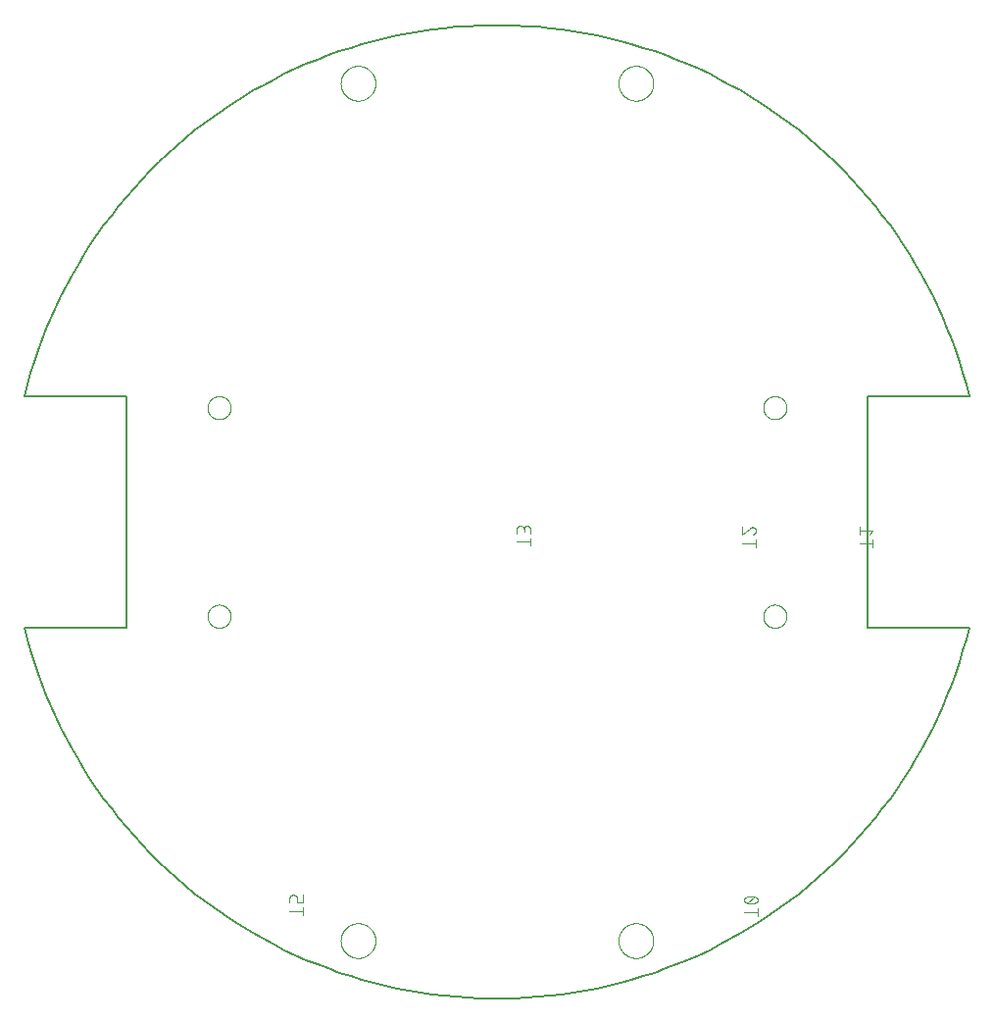
<source format=gbo>
G75*
%MOIN*%
%OFA0B0*%
%FSLAX25Y25*%
%IPPOS*%
%LPD*%
%AMOC8*
5,1,8,0,0,1.08239X$1,22.5*
%
%ADD10C,0.00600*%
%ADD11C,0.00000*%
%ADD12C,0.00400*%
D10*
X0027900Y0149160D02*
X0062546Y0149160D01*
X0062546Y0227900D01*
X0027900Y0227900D01*
X0027900Y0227901D02*
X0028908Y0231811D01*
X0030010Y0235696D01*
X0031208Y0239552D01*
X0032499Y0243378D01*
X0033883Y0247171D01*
X0035359Y0250930D01*
X0036927Y0254651D01*
X0038585Y0258333D01*
X0040332Y0261973D01*
X0042168Y0265570D01*
X0044091Y0269120D01*
X0046100Y0272623D01*
X0048195Y0276076D01*
X0050372Y0279476D01*
X0052632Y0282822D01*
X0054974Y0286112D01*
X0057394Y0289344D01*
X0059893Y0292516D01*
X0062469Y0295626D01*
X0065120Y0298672D01*
X0067844Y0301652D01*
X0070641Y0304565D01*
X0073508Y0307409D01*
X0076443Y0310182D01*
X0079445Y0312882D01*
X0082512Y0315509D01*
X0085642Y0318059D01*
X0088834Y0320533D01*
X0092085Y0322928D01*
X0095394Y0325243D01*
X0098758Y0327476D01*
X0102176Y0329626D01*
X0105645Y0331693D01*
X0109164Y0333674D01*
X0112729Y0335568D01*
X0116341Y0337375D01*
X0119995Y0339094D01*
X0123690Y0340722D01*
X0127423Y0342260D01*
X0131194Y0343706D01*
X0134998Y0345060D01*
X0138834Y0346320D01*
X0142700Y0347487D01*
X0146593Y0348558D01*
X0150511Y0349534D01*
X0154452Y0350415D01*
X0158413Y0351198D01*
X0162393Y0351885D01*
X0166387Y0352475D01*
X0170395Y0352967D01*
X0174414Y0353360D01*
X0178441Y0353656D01*
X0182474Y0353853D01*
X0186511Y0353952D01*
X0190549Y0353952D01*
X0194586Y0353853D01*
X0198619Y0353656D01*
X0202646Y0353360D01*
X0206665Y0352967D01*
X0210673Y0352475D01*
X0214667Y0351885D01*
X0218647Y0351198D01*
X0222608Y0350415D01*
X0226549Y0349534D01*
X0230467Y0348558D01*
X0234360Y0347487D01*
X0238226Y0346320D01*
X0242062Y0345060D01*
X0245866Y0343706D01*
X0249637Y0342260D01*
X0253370Y0340722D01*
X0257065Y0339094D01*
X0260719Y0337375D01*
X0264331Y0335568D01*
X0267896Y0333674D01*
X0271415Y0331693D01*
X0274884Y0329626D01*
X0278302Y0327476D01*
X0281666Y0325243D01*
X0284975Y0322928D01*
X0288226Y0320533D01*
X0291418Y0318059D01*
X0294548Y0315509D01*
X0297615Y0312882D01*
X0300617Y0310182D01*
X0303552Y0307409D01*
X0306419Y0304565D01*
X0309216Y0301652D01*
X0311940Y0298672D01*
X0314591Y0295626D01*
X0317167Y0292516D01*
X0319666Y0289344D01*
X0322086Y0286112D01*
X0324428Y0282822D01*
X0326688Y0279476D01*
X0328865Y0276076D01*
X0330960Y0272623D01*
X0332969Y0269120D01*
X0334892Y0265570D01*
X0336728Y0261973D01*
X0338475Y0258333D01*
X0340133Y0254651D01*
X0341701Y0250930D01*
X0343177Y0247171D01*
X0344561Y0243378D01*
X0345852Y0239552D01*
X0347050Y0235696D01*
X0348152Y0231811D01*
X0349160Y0227901D01*
X0349160Y0227900D02*
X0314515Y0227900D01*
X0314515Y0149160D01*
X0349160Y0149160D01*
X0348152Y0145250D01*
X0347050Y0141365D01*
X0345852Y0137509D01*
X0344561Y0133683D01*
X0343177Y0129890D01*
X0341701Y0126131D01*
X0340133Y0122410D01*
X0338475Y0118728D01*
X0336728Y0115088D01*
X0334892Y0111491D01*
X0332969Y0107941D01*
X0330960Y0104438D01*
X0328865Y0100985D01*
X0326688Y0097585D01*
X0324428Y0094239D01*
X0322086Y0090949D01*
X0319666Y0087717D01*
X0317167Y0084545D01*
X0314591Y0081435D01*
X0311940Y0078389D01*
X0309216Y0075409D01*
X0306419Y0072496D01*
X0303552Y0069652D01*
X0300617Y0066879D01*
X0297615Y0064179D01*
X0294548Y0061552D01*
X0291418Y0059002D01*
X0288226Y0056528D01*
X0284975Y0054133D01*
X0281666Y0051818D01*
X0278302Y0049585D01*
X0274884Y0047435D01*
X0271415Y0045368D01*
X0267896Y0043387D01*
X0264331Y0041493D01*
X0260719Y0039686D01*
X0257065Y0037967D01*
X0253370Y0036339D01*
X0249637Y0034801D01*
X0245866Y0033355D01*
X0242062Y0032001D01*
X0238226Y0030741D01*
X0234360Y0029574D01*
X0230467Y0028503D01*
X0226549Y0027527D01*
X0222608Y0026646D01*
X0218647Y0025863D01*
X0214667Y0025176D01*
X0210673Y0024586D01*
X0206665Y0024094D01*
X0202646Y0023701D01*
X0198619Y0023405D01*
X0194586Y0023208D01*
X0190549Y0023109D01*
X0186511Y0023109D01*
X0182474Y0023208D01*
X0178441Y0023405D01*
X0174414Y0023701D01*
X0170395Y0024094D01*
X0166387Y0024586D01*
X0162393Y0025176D01*
X0158413Y0025863D01*
X0154452Y0026646D01*
X0150511Y0027527D01*
X0146593Y0028503D01*
X0142700Y0029574D01*
X0138834Y0030741D01*
X0134998Y0032001D01*
X0131194Y0033355D01*
X0127423Y0034801D01*
X0123690Y0036339D01*
X0119995Y0037967D01*
X0116341Y0039686D01*
X0112729Y0041493D01*
X0109164Y0043387D01*
X0105645Y0045368D01*
X0102176Y0047435D01*
X0098758Y0049585D01*
X0095394Y0051818D01*
X0092085Y0054133D01*
X0088834Y0056528D01*
X0085642Y0059002D01*
X0082512Y0061552D01*
X0079445Y0064179D01*
X0076443Y0066879D01*
X0073508Y0069652D01*
X0070641Y0072496D01*
X0067844Y0075409D01*
X0065120Y0078389D01*
X0062469Y0081435D01*
X0059893Y0084545D01*
X0057394Y0087717D01*
X0054974Y0090949D01*
X0052632Y0094239D01*
X0050372Y0097585D01*
X0048195Y0100985D01*
X0046100Y0104438D01*
X0044091Y0107941D01*
X0042168Y0111491D01*
X0040332Y0115088D01*
X0038585Y0118728D01*
X0036927Y0122410D01*
X0035359Y0126131D01*
X0033883Y0129890D01*
X0032499Y0133683D01*
X0031208Y0137509D01*
X0030010Y0141365D01*
X0028908Y0145250D01*
X0027900Y0149160D01*
D11*
X0090105Y0153097D02*
X0090107Y0153222D01*
X0090113Y0153347D01*
X0090123Y0153471D01*
X0090137Y0153595D01*
X0090154Y0153719D01*
X0090176Y0153842D01*
X0090202Y0153964D01*
X0090231Y0154086D01*
X0090264Y0154206D01*
X0090302Y0154325D01*
X0090342Y0154444D01*
X0090387Y0154560D01*
X0090435Y0154675D01*
X0090487Y0154789D01*
X0090543Y0154901D01*
X0090602Y0155011D01*
X0090664Y0155119D01*
X0090730Y0155226D01*
X0090799Y0155330D01*
X0090872Y0155431D01*
X0090947Y0155531D01*
X0091026Y0155628D01*
X0091108Y0155722D01*
X0091193Y0155814D01*
X0091280Y0155903D01*
X0091371Y0155989D01*
X0091464Y0156072D01*
X0091560Y0156153D01*
X0091658Y0156230D01*
X0091758Y0156304D01*
X0091861Y0156375D01*
X0091966Y0156442D01*
X0092074Y0156507D01*
X0092183Y0156567D01*
X0092294Y0156625D01*
X0092407Y0156678D01*
X0092521Y0156728D01*
X0092637Y0156775D01*
X0092754Y0156817D01*
X0092873Y0156856D01*
X0092993Y0156892D01*
X0093114Y0156923D01*
X0093236Y0156951D01*
X0093358Y0156974D01*
X0093482Y0156994D01*
X0093606Y0157010D01*
X0093730Y0157022D01*
X0093855Y0157030D01*
X0093980Y0157034D01*
X0094104Y0157034D01*
X0094229Y0157030D01*
X0094354Y0157022D01*
X0094478Y0157010D01*
X0094602Y0156994D01*
X0094726Y0156974D01*
X0094848Y0156951D01*
X0094970Y0156923D01*
X0095091Y0156892D01*
X0095211Y0156856D01*
X0095330Y0156817D01*
X0095447Y0156775D01*
X0095563Y0156728D01*
X0095677Y0156678D01*
X0095790Y0156625D01*
X0095901Y0156567D01*
X0096011Y0156507D01*
X0096118Y0156442D01*
X0096223Y0156375D01*
X0096326Y0156304D01*
X0096426Y0156230D01*
X0096524Y0156153D01*
X0096620Y0156072D01*
X0096713Y0155989D01*
X0096804Y0155903D01*
X0096891Y0155814D01*
X0096976Y0155722D01*
X0097058Y0155628D01*
X0097137Y0155531D01*
X0097212Y0155431D01*
X0097285Y0155330D01*
X0097354Y0155226D01*
X0097420Y0155119D01*
X0097482Y0155011D01*
X0097541Y0154901D01*
X0097597Y0154789D01*
X0097649Y0154675D01*
X0097697Y0154560D01*
X0097742Y0154444D01*
X0097782Y0154325D01*
X0097820Y0154206D01*
X0097853Y0154086D01*
X0097882Y0153964D01*
X0097908Y0153842D01*
X0097930Y0153719D01*
X0097947Y0153595D01*
X0097961Y0153471D01*
X0097971Y0153347D01*
X0097977Y0153222D01*
X0097979Y0153097D01*
X0097977Y0152972D01*
X0097971Y0152847D01*
X0097961Y0152723D01*
X0097947Y0152599D01*
X0097930Y0152475D01*
X0097908Y0152352D01*
X0097882Y0152230D01*
X0097853Y0152108D01*
X0097820Y0151988D01*
X0097782Y0151869D01*
X0097742Y0151750D01*
X0097697Y0151634D01*
X0097649Y0151519D01*
X0097597Y0151405D01*
X0097541Y0151293D01*
X0097482Y0151183D01*
X0097420Y0151075D01*
X0097354Y0150968D01*
X0097285Y0150864D01*
X0097212Y0150763D01*
X0097137Y0150663D01*
X0097058Y0150566D01*
X0096976Y0150472D01*
X0096891Y0150380D01*
X0096804Y0150291D01*
X0096713Y0150205D01*
X0096620Y0150122D01*
X0096524Y0150041D01*
X0096426Y0149964D01*
X0096326Y0149890D01*
X0096223Y0149819D01*
X0096118Y0149752D01*
X0096010Y0149687D01*
X0095901Y0149627D01*
X0095790Y0149569D01*
X0095677Y0149516D01*
X0095563Y0149466D01*
X0095447Y0149419D01*
X0095330Y0149377D01*
X0095211Y0149338D01*
X0095091Y0149302D01*
X0094970Y0149271D01*
X0094848Y0149243D01*
X0094726Y0149220D01*
X0094602Y0149200D01*
X0094478Y0149184D01*
X0094354Y0149172D01*
X0094229Y0149164D01*
X0094104Y0149160D01*
X0093980Y0149160D01*
X0093855Y0149164D01*
X0093730Y0149172D01*
X0093606Y0149184D01*
X0093482Y0149200D01*
X0093358Y0149220D01*
X0093236Y0149243D01*
X0093114Y0149271D01*
X0092993Y0149302D01*
X0092873Y0149338D01*
X0092754Y0149377D01*
X0092637Y0149419D01*
X0092521Y0149466D01*
X0092407Y0149516D01*
X0092294Y0149569D01*
X0092183Y0149627D01*
X0092073Y0149687D01*
X0091966Y0149752D01*
X0091861Y0149819D01*
X0091758Y0149890D01*
X0091658Y0149964D01*
X0091560Y0150041D01*
X0091464Y0150122D01*
X0091371Y0150205D01*
X0091280Y0150291D01*
X0091193Y0150380D01*
X0091108Y0150472D01*
X0091026Y0150566D01*
X0090947Y0150663D01*
X0090872Y0150763D01*
X0090799Y0150864D01*
X0090730Y0150968D01*
X0090664Y0151075D01*
X0090602Y0151183D01*
X0090543Y0151293D01*
X0090487Y0151405D01*
X0090435Y0151519D01*
X0090387Y0151634D01*
X0090342Y0151750D01*
X0090302Y0151869D01*
X0090264Y0151988D01*
X0090231Y0152108D01*
X0090202Y0152230D01*
X0090176Y0152352D01*
X0090154Y0152475D01*
X0090137Y0152599D01*
X0090123Y0152723D01*
X0090113Y0152847D01*
X0090107Y0152972D01*
X0090105Y0153097D01*
X0090105Y0223963D02*
X0090107Y0224088D01*
X0090113Y0224213D01*
X0090123Y0224337D01*
X0090137Y0224461D01*
X0090154Y0224585D01*
X0090176Y0224708D01*
X0090202Y0224830D01*
X0090231Y0224952D01*
X0090264Y0225072D01*
X0090302Y0225191D01*
X0090342Y0225310D01*
X0090387Y0225426D01*
X0090435Y0225541D01*
X0090487Y0225655D01*
X0090543Y0225767D01*
X0090602Y0225877D01*
X0090664Y0225985D01*
X0090730Y0226092D01*
X0090799Y0226196D01*
X0090872Y0226297D01*
X0090947Y0226397D01*
X0091026Y0226494D01*
X0091108Y0226588D01*
X0091193Y0226680D01*
X0091280Y0226769D01*
X0091371Y0226855D01*
X0091464Y0226938D01*
X0091560Y0227019D01*
X0091658Y0227096D01*
X0091758Y0227170D01*
X0091861Y0227241D01*
X0091966Y0227308D01*
X0092074Y0227373D01*
X0092183Y0227433D01*
X0092294Y0227491D01*
X0092407Y0227544D01*
X0092521Y0227594D01*
X0092637Y0227641D01*
X0092754Y0227683D01*
X0092873Y0227722D01*
X0092993Y0227758D01*
X0093114Y0227789D01*
X0093236Y0227817D01*
X0093358Y0227840D01*
X0093482Y0227860D01*
X0093606Y0227876D01*
X0093730Y0227888D01*
X0093855Y0227896D01*
X0093980Y0227900D01*
X0094104Y0227900D01*
X0094229Y0227896D01*
X0094354Y0227888D01*
X0094478Y0227876D01*
X0094602Y0227860D01*
X0094726Y0227840D01*
X0094848Y0227817D01*
X0094970Y0227789D01*
X0095091Y0227758D01*
X0095211Y0227722D01*
X0095330Y0227683D01*
X0095447Y0227641D01*
X0095563Y0227594D01*
X0095677Y0227544D01*
X0095790Y0227491D01*
X0095901Y0227433D01*
X0096011Y0227373D01*
X0096118Y0227308D01*
X0096223Y0227241D01*
X0096326Y0227170D01*
X0096426Y0227096D01*
X0096524Y0227019D01*
X0096620Y0226938D01*
X0096713Y0226855D01*
X0096804Y0226769D01*
X0096891Y0226680D01*
X0096976Y0226588D01*
X0097058Y0226494D01*
X0097137Y0226397D01*
X0097212Y0226297D01*
X0097285Y0226196D01*
X0097354Y0226092D01*
X0097420Y0225985D01*
X0097482Y0225877D01*
X0097541Y0225767D01*
X0097597Y0225655D01*
X0097649Y0225541D01*
X0097697Y0225426D01*
X0097742Y0225310D01*
X0097782Y0225191D01*
X0097820Y0225072D01*
X0097853Y0224952D01*
X0097882Y0224830D01*
X0097908Y0224708D01*
X0097930Y0224585D01*
X0097947Y0224461D01*
X0097961Y0224337D01*
X0097971Y0224213D01*
X0097977Y0224088D01*
X0097979Y0223963D01*
X0097977Y0223838D01*
X0097971Y0223713D01*
X0097961Y0223589D01*
X0097947Y0223465D01*
X0097930Y0223341D01*
X0097908Y0223218D01*
X0097882Y0223096D01*
X0097853Y0222974D01*
X0097820Y0222854D01*
X0097782Y0222735D01*
X0097742Y0222616D01*
X0097697Y0222500D01*
X0097649Y0222385D01*
X0097597Y0222271D01*
X0097541Y0222159D01*
X0097482Y0222049D01*
X0097420Y0221941D01*
X0097354Y0221834D01*
X0097285Y0221730D01*
X0097212Y0221629D01*
X0097137Y0221529D01*
X0097058Y0221432D01*
X0096976Y0221338D01*
X0096891Y0221246D01*
X0096804Y0221157D01*
X0096713Y0221071D01*
X0096620Y0220988D01*
X0096524Y0220907D01*
X0096426Y0220830D01*
X0096326Y0220756D01*
X0096223Y0220685D01*
X0096118Y0220618D01*
X0096010Y0220553D01*
X0095901Y0220493D01*
X0095790Y0220435D01*
X0095677Y0220382D01*
X0095563Y0220332D01*
X0095447Y0220285D01*
X0095330Y0220243D01*
X0095211Y0220204D01*
X0095091Y0220168D01*
X0094970Y0220137D01*
X0094848Y0220109D01*
X0094726Y0220086D01*
X0094602Y0220066D01*
X0094478Y0220050D01*
X0094354Y0220038D01*
X0094229Y0220030D01*
X0094104Y0220026D01*
X0093980Y0220026D01*
X0093855Y0220030D01*
X0093730Y0220038D01*
X0093606Y0220050D01*
X0093482Y0220066D01*
X0093358Y0220086D01*
X0093236Y0220109D01*
X0093114Y0220137D01*
X0092993Y0220168D01*
X0092873Y0220204D01*
X0092754Y0220243D01*
X0092637Y0220285D01*
X0092521Y0220332D01*
X0092407Y0220382D01*
X0092294Y0220435D01*
X0092183Y0220493D01*
X0092073Y0220553D01*
X0091966Y0220618D01*
X0091861Y0220685D01*
X0091758Y0220756D01*
X0091658Y0220830D01*
X0091560Y0220907D01*
X0091464Y0220988D01*
X0091371Y0221071D01*
X0091280Y0221157D01*
X0091193Y0221246D01*
X0091108Y0221338D01*
X0091026Y0221432D01*
X0090947Y0221529D01*
X0090872Y0221629D01*
X0090799Y0221730D01*
X0090730Y0221834D01*
X0090664Y0221941D01*
X0090602Y0222049D01*
X0090543Y0222159D01*
X0090487Y0222271D01*
X0090435Y0222385D01*
X0090387Y0222500D01*
X0090342Y0222616D01*
X0090302Y0222735D01*
X0090264Y0222854D01*
X0090231Y0222974D01*
X0090202Y0223096D01*
X0090176Y0223218D01*
X0090154Y0223341D01*
X0090137Y0223465D01*
X0090123Y0223589D01*
X0090113Y0223713D01*
X0090107Y0223838D01*
X0090105Y0223963D01*
X0135380Y0334200D02*
X0135382Y0334353D01*
X0135388Y0334507D01*
X0135398Y0334660D01*
X0135412Y0334812D01*
X0135430Y0334965D01*
X0135452Y0335116D01*
X0135477Y0335267D01*
X0135507Y0335418D01*
X0135541Y0335568D01*
X0135578Y0335716D01*
X0135619Y0335864D01*
X0135664Y0336010D01*
X0135713Y0336156D01*
X0135766Y0336300D01*
X0135822Y0336442D01*
X0135882Y0336583D01*
X0135946Y0336723D01*
X0136013Y0336861D01*
X0136084Y0336997D01*
X0136159Y0337131D01*
X0136236Y0337263D01*
X0136318Y0337393D01*
X0136402Y0337521D01*
X0136490Y0337647D01*
X0136581Y0337770D01*
X0136675Y0337891D01*
X0136773Y0338009D01*
X0136873Y0338125D01*
X0136977Y0338238D01*
X0137083Y0338349D01*
X0137192Y0338457D01*
X0137304Y0338562D01*
X0137418Y0338663D01*
X0137536Y0338762D01*
X0137655Y0338858D01*
X0137777Y0338951D01*
X0137902Y0339040D01*
X0138029Y0339127D01*
X0138158Y0339209D01*
X0138289Y0339289D01*
X0138422Y0339365D01*
X0138557Y0339438D01*
X0138694Y0339507D01*
X0138833Y0339572D01*
X0138973Y0339634D01*
X0139115Y0339692D01*
X0139258Y0339747D01*
X0139403Y0339798D01*
X0139549Y0339845D01*
X0139696Y0339888D01*
X0139844Y0339927D01*
X0139993Y0339963D01*
X0140143Y0339994D01*
X0140294Y0340022D01*
X0140445Y0340046D01*
X0140598Y0340066D01*
X0140750Y0340082D01*
X0140903Y0340094D01*
X0141056Y0340102D01*
X0141209Y0340106D01*
X0141363Y0340106D01*
X0141516Y0340102D01*
X0141669Y0340094D01*
X0141822Y0340082D01*
X0141974Y0340066D01*
X0142127Y0340046D01*
X0142278Y0340022D01*
X0142429Y0339994D01*
X0142579Y0339963D01*
X0142728Y0339927D01*
X0142876Y0339888D01*
X0143023Y0339845D01*
X0143169Y0339798D01*
X0143314Y0339747D01*
X0143457Y0339692D01*
X0143599Y0339634D01*
X0143739Y0339572D01*
X0143878Y0339507D01*
X0144015Y0339438D01*
X0144150Y0339365D01*
X0144283Y0339289D01*
X0144414Y0339209D01*
X0144543Y0339127D01*
X0144670Y0339040D01*
X0144795Y0338951D01*
X0144917Y0338858D01*
X0145036Y0338762D01*
X0145154Y0338663D01*
X0145268Y0338562D01*
X0145380Y0338457D01*
X0145489Y0338349D01*
X0145595Y0338238D01*
X0145699Y0338125D01*
X0145799Y0338009D01*
X0145897Y0337891D01*
X0145991Y0337770D01*
X0146082Y0337647D01*
X0146170Y0337521D01*
X0146254Y0337393D01*
X0146336Y0337263D01*
X0146413Y0337131D01*
X0146488Y0336997D01*
X0146559Y0336861D01*
X0146626Y0336723D01*
X0146690Y0336583D01*
X0146750Y0336442D01*
X0146806Y0336300D01*
X0146859Y0336156D01*
X0146908Y0336010D01*
X0146953Y0335864D01*
X0146994Y0335716D01*
X0147031Y0335568D01*
X0147065Y0335418D01*
X0147095Y0335267D01*
X0147120Y0335116D01*
X0147142Y0334965D01*
X0147160Y0334812D01*
X0147174Y0334660D01*
X0147184Y0334507D01*
X0147190Y0334353D01*
X0147192Y0334200D01*
X0147190Y0334047D01*
X0147184Y0333893D01*
X0147174Y0333740D01*
X0147160Y0333588D01*
X0147142Y0333435D01*
X0147120Y0333284D01*
X0147095Y0333133D01*
X0147065Y0332982D01*
X0147031Y0332832D01*
X0146994Y0332684D01*
X0146953Y0332536D01*
X0146908Y0332390D01*
X0146859Y0332244D01*
X0146806Y0332100D01*
X0146750Y0331958D01*
X0146690Y0331817D01*
X0146626Y0331677D01*
X0146559Y0331539D01*
X0146488Y0331403D01*
X0146413Y0331269D01*
X0146336Y0331137D01*
X0146254Y0331007D01*
X0146170Y0330879D01*
X0146082Y0330753D01*
X0145991Y0330630D01*
X0145897Y0330509D01*
X0145799Y0330391D01*
X0145699Y0330275D01*
X0145595Y0330162D01*
X0145489Y0330051D01*
X0145380Y0329943D01*
X0145268Y0329838D01*
X0145154Y0329737D01*
X0145036Y0329638D01*
X0144917Y0329542D01*
X0144795Y0329449D01*
X0144670Y0329360D01*
X0144543Y0329273D01*
X0144414Y0329191D01*
X0144283Y0329111D01*
X0144150Y0329035D01*
X0144015Y0328962D01*
X0143878Y0328893D01*
X0143739Y0328828D01*
X0143599Y0328766D01*
X0143457Y0328708D01*
X0143314Y0328653D01*
X0143169Y0328602D01*
X0143023Y0328555D01*
X0142876Y0328512D01*
X0142728Y0328473D01*
X0142579Y0328437D01*
X0142429Y0328406D01*
X0142278Y0328378D01*
X0142127Y0328354D01*
X0141974Y0328334D01*
X0141822Y0328318D01*
X0141669Y0328306D01*
X0141516Y0328298D01*
X0141363Y0328294D01*
X0141209Y0328294D01*
X0141056Y0328298D01*
X0140903Y0328306D01*
X0140750Y0328318D01*
X0140598Y0328334D01*
X0140445Y0328354D01*
X0140294Y0328378D01*
X0140143Y0328406D01*
X0139993Y0328437D01*
X0139844Y0328473D01*
X0139696Y0328512D01*
X0139549Y0328555D01*
X0139403Y0328602D01*
X0139258Y0328653D01*
X0139115Y0328708D01*
X0138973Y0328766D01*
X0138833Y0328828D01*
X0138694Y0328893D01*
X0138557Y0328962D01*
X0138422Y0329035D01*
X0138289Y0329111D01*
X0138158Y0329191D01*
X0138029Y0329273D01*
X0137902Y0329360D01*
X0137777Y0329449D01*
X0137655Y0329542D01*
X0137536Y0329638D01*
X0137418Y0329737D01*
X0137304Y0329838D01*
X0137192Y0329943D01*
X0137083Y0330051D01*
X0136977Y0330162D01*
X0136873Y0330275D01*
X0136773Y0330391D01*
X0136675Y0330509D01*
X0136581Y0330630D01*
X0136490Y0330753D01*
X0136402Y0330879D01*
X0136318Y0331007D01*
X0136236Y0331137D01*
X0136159Y0331269D01*
X0136084Y0331403D01*
X0136013Y0331539D01*
X0135946Y0331677D01*
X0135882Y0331817D01*
X0135822Y0331958D01*
X0135766Y0332100D01*
X0135713Y0332244D01*
X0135664Y0332390D01*
X0135619Y0332536D01*
X0135578Y0332684D01*
X0135541Y0332832D01*
X0135507Y0332982D01*
X0135477Y0333133D01*
X0135452Y0333284D01*
X0135430Y0333435D01*
X0135412Y0333588D01*
X0135398Y0333740D01*
X0135388Y0333893D01*
X0135382Y0334047D01*
X0135380Y0334200D01*
X0229868Y0334200D02*
X0229870Y0334353D01*
X0229876Y0334507D01*
X0229886Y0334660D01*
X0229900Y0334812D01*
X0229918Y0334965D01*
X0229940Y0335116D01*
X0229965Y0335267D01*
X0229995Y0335418D01*
X0230029Y0335568D01*
X0230066Y0335716D01*
X0230107Y0335864D01*
X0230152Y0336010D01*
X0230201Y0336156D01*
X0230254Y0336300D01*
X0230310Y0336442D01*
X0230370Y0336583D01*
X0230434Y0336723D01*
X0230501Y0336861D01*
X0230572Y0336997D01*
X0230647Y0337131D01*
X0230724Y0337263D01*
X0230806Y0337393D01*
X0230890Y0337521D01*
X0230978Y0337647D01*
X0231069Y0337770D01*
X0231163Y0337891D01*
X0231261Y0338009D01*
X0231361Y0338125D01*
X0231465Y0338238D01*
X0231571Y0338349D01*
X0231680Y0338457D01*
X0231792Y0338562D01*
X0231906Y0338663D01*
X0232024Y0338762D01*
X0232143Y0338858D01*
X0232265Y0338951D01*
X0232390Y0339040D01*
X0232517Y0339127D01*
X0232646Y0339209D01*
X0232777Y0339289D01*
X0232910Y0339365D01*
X0233045Y0339438D01*
X0233182Y0339507D01*
X0233321Y0339572D01*
X0233461Y0339634D01*
X0233603Y0339692D01*
X0233746Y0339747D01*
X0233891Y0339798D01*
X0234037Y0339845D01*
X0234184Y0339888D01*
X0234332Y0339927D01*
X0234481Y0339963D01*
X0234631Y0339994D01*
X0234782Y0340022D01*
X0234933Y0340046D01*
X0235086Y0340066D01*
X0235238Y0340082D01*
X0235391Y0340094D01*
X0235544Y0340102D01*
X0235697Y0340106D01*
X0235851Y0340106D01*
X0236004Y0340102D01*
X0236157Y0340094D01*
X0236310Y0340082D01*
X0236462Y0340066D01*
X0236615Y0340046D01*
X0236766Y0340022D01*
X0236917Y0339994D01*
X0237067Y0339963D01*
X0237216Y0339927D01*
X0237364Y0339888D01*
X0237511Y0339845D01*
X0237657Y0339798D01*
X0237802Y0339747D01*
X0237945Y0339692D01*
X0238087Y0339634D01*
X0238227Y0339572D01*
X0238366Y0339507D01*
X0238503Y0339438D01*
X0238638Y0339365D01*
X0238771Y0339289D01*
X0238902Y0339209D01*
X0239031Y0339127D01*
X0239158Y0339040D01*
X0239283Y0338951D01*
X0239405Y0338858D01*
X0239524Y0338762D01*
X0239642Y0338663D01*
X0239756Y0338562D01*
X0239868Y0338457D01*
X0239977Y0338349D01*
X0240083Y0338238D01*
X0240187Y0338125D01*
X0240287Y0338009D01*
X0240385Y0337891D01*
X0240479Y0337770D01*
X0240570Y0337647D01*
X0240658Y0337521D01*
X0240742Y0337393D01*
X0240824Y0337263D01*
X0240901Y0337131D01*
X0240976Y0336997D01*
X0241047Y0336861D01*
X0241114Y0336723D01*
X0241178Y0336583D01*
X0241238Y0336442D01*
X0241294Y0336300D01*
X0241347Y0336156D01*
X0241396Y0336010D01*
X0241441Y0335864D01*
X0241482Y0335716D01*
X0241519Y0335568D01*
X0241553Y0335418D01*
X0241583Y0335267D01*
X0241608Y0335116D01*
X0241630Y0334965D01*
X0241648Y0334812D01*
X0241662Y0334660D01*
X0241672Y0334507D01*
X0241678Y0334353D01*
X0241680Y0334200D01*
X0241678Y0334047D01*
X0241672Y0333893D01*
X0241662Y0333740D01*
X0241648Y0333588D01*
X0241630Y0333435D01*
X0241608Y0333284D01*
X0241583Y0333133D01*
X0241553Y0332982D01*
X0241519Y0332832D01*
X0241482Y0332684D01*
X0241441Y0332536D01*
X0241396Y0332390D01*
X0241347Y0332244D01*
X0241294Y0332100D01*
X0241238Y0331958D01*
X0241178Y0331817D01*
X0241114Y0331677D01*
X0241047Y0331539D01*
X0240976Y0331403D01*
X0240901Y0331269D01*
X0240824Y0331137D01*
X0240742Y0331007D01*
X0240658Y0330879D01*
X0240570Y0330753D01*
X0240479Y0330630D01*
X0240385Y0330509D01*
X0240287Y0330391D01*
X0240187Y0330275D01*
X0240083Y0330162D01*
X0239977Y0330051D01*
X0239868Y0329943D01*
X0239756Y0329838D01*
X0239642Y0329737D01*
X0239524Y0329638D01*
X0239405Y0329542D01*
X0239283Y0329449D01*
X0239158Y0329360D01*
X0239031Y0329273D01*
X0238902Y0329191D01*
X0238771Y0329111D01*
X0238638Y0329035D01*
X0238503Y0328962D01*
X0238366Y0328893D01*
X0238227Y0328828D01*
X0238087Y0328766D01*
X0237945Y0328708D01*
X0237802Y0328653D01*
X0237657Y0328602D01*
X0237511Y0328555D01*
X0237364Y0328512D01*
X0237216Y0328473D01*
X0237067Y0328437D01*
X0236917Y0328406D01*
X0236766Y0328378D01*
X0236615Y0328354D01*
X0236462Y0328334D01*
X0236310Y0328318D01*
X0236157Y0328306D01*
X0236004Y0328298D01*
X0235851Y0328294D01*
X0235697Y0328294D01*
X0235544Y0328298D01*
X0235391Y0328306D01*
X0235238Y0328318D01*
X0235086Y0328334D01*
X0234933Y0328354D01*
X0234782Y0328378D01*
X0234631Y0328406D01*
X0234481Y0328437D01*
X0234332Y0328473D01*
X0234184Y0328512D01*
X0234037Y0328555D01*
X0233891Y0328602D01*
X0233746Y0328653D01*
X0233603Y0328708D01*
X0233461Y0328766D01*
X0233321Y0328828D01*
X0233182Y0328893D01*
X0233045Y0328962D01*
X0232910Y0329035D01*
X0232777Y0329111D01*
X0232646Y0329191D01*
X0232517Y0329273D01*
X0232390Y0329360D01*
X0232265Y0329449D01*
X0232143Y0329542D01*
X0232024Y0329638D01*
X0231906Y0329737D01*
X0231792Y0329838D01*
X0231680Y0329943D01*
X0231571Y0330051D01*
X0231465Y0330162D01*
X0231361Y0330275D01*
X0231261Y0330391D01*
X0231163Y0330509D01*
X0231069Y0330630D01*
X0230978Y0330753D01*
X0230890Y0330879D01*
X0230806Y0331007D01*
X0230724Y0331137D01*
X0230647Y0331269D01*
X0230572Y0331403D01*
X0230501Y0331539D01*
X0230434Y0331677D01*
X0230370Y0331817D01*
X0230310Y0331958D01*
X0230254Y0332100D01*
X0230201Y0332244D01*
X0230152Y0332390D01*
X0230107Y0332536D01*
X0230066Y0332684D01*
X0230029Y0332832D01*
X0229995Y0332982D01*
X0229965Y0333133D01*
X0229940Y0333284D01*
X0229918Y0333435D01*
X0229900Y0333588D01*
X0229886Y0333740D01*
X0229876Y0333893D01*
X0229870Y0334047D01*
X0229868Y0334200D01*
X0279082Y0223963D02*
X0279084Y0224088D01*
X0279090Y0224213D01*
X0279100Y0224337D01*
X0279114Y0224461D01*
X0279131Y0224585D01*
X0279153Y0224708D01*
X0279179Y0224830D01*
X0279208Y0224952D01*
X0279241Y0225072D01*
X0279279Y0225191D01*
X0279319Y0225310D01*
X0279364Y0225426D01*
X0279412Y0225541D01*
X0279464Y0225655D01*
X0279520Y0225767D01*
X0279579Y0225877D01*
X0279641Y0225985D01*
X0279707Y0226092D01*
X0279776Y0226196D01*
X0279849Y0226297D01*
X0279924Y0226397D01*
X0280003Y0226494D01*
X0280085Y0226588D01*
X0280170Y0226680D01*
X0280257Y0226769D01*
X0280348Y0226855D01*
X0280441Y0226938D01*
X0280537Y0227019D01*
X0280635Y0227096D01*
X0280735Y0227170D01*
X0280838Y0227241D01*
X0280943Y0227308D01*
X0281051Y0227373D01*
X0281160Y0227433D01*
X0281271Y0227491D01*
X0281384Y0227544D01*
X0281498Y0227594D01*
X0281614Y0227641D01*
X0281731Y0227683D01*
X0281850Y0227722D01*
X0281970Y0227758D01*
X0282091Y0227789D01*
X0282213Y0227817D01*
X0282335Y0227840D01*
X0282459Y0227860D01*
X0282583Y0227876D01*
X0282707Y0227888D01*
X0282832Y0227896D01*
X0282957Y0227900D01*
X0283081Y0227900D01*
X0283206Y0227896D01*
X0283331Y0227888D01*
X0283455Y0227876D01*
X0283579Y0227860D01*
X0283703Y0227840D01*
X0283825Y0227817D01*
X0283947Y0227789D01*
X0284068Y0227758D01*
X0284188Y0227722D01*
X0284307Y0227683D01*
X0284424Y0227641D01*
X0284540Y0227594D01*
X0284654Y0227544D01*
X0284767Y0227491D01*
X0284878Y0227433D01*
X0284988Y0227373D01*
X0285095Y0227308D01*
X0285200Y0227241D01*
X0285303Y0227170D01*
X0285403Y0227096D01*
X0285501Y0227019D01*
X0285597Y0226938D01*
X0285690Y0226855D01*
X0285781Y0226769D01*
X0285868Y0226680D01*
X0285953Y0226588D01*
X0286035Y0226494D01*
X0286114Y0226397D01*
X0286189Y0226297D01*
X0286262Y0226196D01*
X0286331Y0226092D01*
X0286397Y0225985D01*
X0286459Y0225877D01*
X0286518Y0225767D01*
X0286574Y0225655D01*
X0286626Y0225541D01*
X0286674Y0225426D01*
X0286719Y0225310D01*
X0286759Y0225191D01*
X0286797Y0225072D01*
X0286830Y0224952D01*
X0286859Y0224830D01*
X0286885Y0224708D01*
X0286907Y0224585D01*
X0286924Y0224461D01*
X0286938Y0224337D01*
X0286948Y0224213D01*
X0286954Y0224088D01*
X0286956Y0223963D01*
X0286954Y0223838D01*
X0286948Y0223713D01*
X0286938Y0223589D01*
X0286924Y0223465D01*
X0286907Y0223341D01*
X0286885Y0223218D01*
X0286859Y0223096D01*
X0286830Y0222974D01*
X0286797Y0222854D01*
X0286759Y0222735D01*
X0286719Y0222616D01*
X0286674Y0222500D01*
X0286626Y0222385D01*
X0286574Y0222271D01*
X0286518Y0222159D01*
X0286459Y0222049D01*
X0286397Y0221941D01*
X0286331Y0221834D01*
X0286262Y0221730D01*
X0286189Y0221629D01*
X0286114Y0221529D01*
X0286035Y0221432D01*
X0285953Y0221338D01*
X0285868Y0221246D01*
X0285781Y0221157D01*
X0285690Y0221071D01*
X0285597Y0220988D01*
X0285501Y0220907D01*
X0285403Y0220830D01*
X0285303Y0220756D01*
X0285200Y0220685D01*
X0285095Y0220618D01*
X0284987Y0220553D01*
X0284878Y0220493D01*
X0284767Y0220435D01*
X0284654Y0220382D01*
X0284540Y0220332D01*
X0284424Y0220285D01*
X0284307Y0220243D01*
X0284188Y0220204D01*
X0284068Y0220168D01*
X0283947Y0220137D01*
X0283825Y0220109D01*
X0283703Y0220086D01*
X0283579Y0220066D01*
X0283455Y0220050D01*
X0283331Y0220038D01*
X0283206Y0220030D01*
X0283081Y0220026D01*
X0282957Y0220026D01*
X0282832Y0220030D01*
X0282707Y0220038D01*
X0282583Y0220050D01*
X0282459Y0220066D01*
X0282335Y0220086D01*
X0282213Y0220109D01*
X0282091Y0220137D01*
X0281970Y0220168D01*
X0281850Y0220204D01*
X0281731Y0220243D01*
X0281614Y0220285D01*
X0281498Y0220332D01*
X0281384Y0220382D01*
X0281271Y0220435D01*
X0281160Y0220493D01*
X0281050Y0220553D01*
X0280943Y0220618D01*
X0280838Y0220685D01*
X0280735Y0220756D01*
X0280635Y0220830D01*
X0280537Y0220907D01*
X0280441Y0220988D01*
X0280348Y0221071D01*
X0280257Y0221157D01*
X0280170Y0221246D01*
X0280085Y0221338D01*
X0280003Y0221432D01*
X0279924Y0221529D01*
X0279849Y0221629D01*
X0279776Y0221730D01*
X0279707Y0221834D01*
X0279641Y0221941D01*
X0279579Y0222049D01*
X0279520Y0222159D01*
X0279464Y0222271D01*
X0279412Y0222385D01*
X0279364Y0222500D01*
X0279319Y0222616D01*
X0279279Y0222735D01*
X0279241Y0222854D01*
X0279208Y0222974D01*
X0279179Y0223096D01*
X0279153Y0223218D01*
X0279131Y0223341D01*
X0279114Y0223465D01*
X0279100Y0223589D01*
X0279090Y0223713D01*
X0279084Y0223838D01*
X0279082Y0223963D01*
X0279082Y0153097D02*
X0279084Y0153222D01*
X0279090Y0153347D01*
X0279100Y0153471D01*
X0279114Y0153595D01*
X0279131Y0153719D01*
X0279153Y0153842D01*
X0279179Y0153964D01*
X0279208Y0154086D01*
X0279241Y0154206D01*
X0279279Y0154325D01*
X0279319Y0154444D01*
X0279364Y0154560D01*
X0279412Y0154675D01*
X0279464Y0154789D01*
X0279520Y0154901D01*
X0279579Y0155011D01*
X0279641Y0155119D01*
X0279707Y0155226D01*
X0279776Y0155330D01*
X0279849Y0155431D01*
X0279924Y0155531D01*
X0280003Y0155628D01*
X0280085Y0155722D01*
X0280170Y0155814D01*
X0280257Y0155903D01*
X0280348Y0155989D01*
X0280441Y0156072D01*
X0280537Y0156153D01*
X0280635Y0156230D01*
X0280735Y0156304D01*
X0280838Y0156375D01*
X0280943Y0156442D01*
X0281051Y0156507D01*
X0281160Y0156567D01*
X0281271Y0156625D01*
X0281384Y0156678D01*
X0281498Y0156728D01*
X0281614Y0156775D01*
X0281731Y0156817D01*
X0281850Y0156856D01*
X0281970Y0156892D01*
X0282091Y0156923D01*
X0282213Y0156951D01*
X0282335Y0156974D01*
X0282459Y0156994D01*
X0282583Y0157010D01*
X0282707Y0157022D01*
X0282832Y0157030D01*
X0282957Y0157034D01*
X0283081Y0157034D01*
X0283206Y0157030D01*
X0283331Y0157022D01*
X0283455Y0157010D01*
X0283579Y0156994D01*
X0283703Y0156974D01*
X0283825Y0156951D01*
X0283947Y0156923D01*
X0284068Y0156892D01*
X0284188Y0156856D01*
X0284307Y0156817D01*
X0284424Y0156775D01*
X0284540Y0156728D01*
X0284654Y0156678D01*
X0284767Y0156625D01*
X0284878Y0156567D01*
X0284988Y0156507D01*
X0285095Y0156442D01*
X0285200Y0156375D01*
X0285303Y0156304D01*
X0285403Y0156230D01*
X0285501Y0156153D01*
X0285597Y0156072D01*
X0285690Y0155989D01*
X0285781Y0155903D01*
X0285868Y0155814D01*
X0285953Y0155722D01*
X0286035Y0155628D01*
X0286114Y0155531D01*
X0286189Y0155431D01*
X0286262Y0155330D01*
X0286331Y0155226D01*
X0286397Y0155119D01*
X0286459Y0155011D01*
X0286518Y0154901D01*
X0286574Y0154789D01*
X0286626Y0154675D01*
X0286674Y0154560D01*
X0286719Y0154444D01*
X0286759Y0154325D01*
X0286797Y0154206D01*
X0286830Y0154086D01*
X0286859Y0153964D01*
X0286885Y0153842D01*
X0286907Y0153719D01*
X0286924Y0153595D01*
X0286938Y0153471D01*
X0286948Y0153347D01*
X0286954Y0153222D01*
X0286956Y0153097D01*
X0286954Y0152972D01*
X0286948Y0152847D01*
X0286938Y0152723D01*
X0286924Y0152599D01*
X0286907Y0152475D01*
X0286885Y0152352D01*
X0286859Y0152230D01*
X0286830Y0152108D01*
X0286797Y0151988D01*
X0286759Y0151869D01*
X0286719Y0151750D01*
X0286674Y0151634D01*
X0286626Y0151519D01*
X0286574Y0151405D01*
X0286518Y0151293D01*
X0286459Y0151183D01*
X0286397Y0151075D01*
X0286331Y0150968D01*
X0286262Y0150864D01*
X0286189Y0150763D01*
X0286114Y0150663D01*
X0286035Y0150566D01*
X0285953Y0150472D01*
X0285868Y0150380D01*
X0285781Y0150291D01*
X0285690Y0150205D01*
X0285597Y0150122D01*
X0285501Y0150041D01*
X0285403Y0149964D01*
X0285303Y0149890D01*
X0285200Y0149819D01*
X0285095Y0149752D01*
X0284987Y0149687D01*
X0284878Y0149627D01*
X0284767Y0149569D01*
X0284654Y0149516D01*
X0284540Y0149466D01*
X0284424Y0149419D01*
X0284307Y0149377D01*
X0284188Y0149338D01*
X0284068Y0149302D01*
X0283947Y0149271D01*
X0283825Y0149243D01*
X0283703Y0149220D01*
X0283579Y0149200D01*
X0283455Y0149184D01*
X0283331Y0149172D01*
X0283206Y0149164D01*
X0283081Y0149160D01*
X0282957Y0149160D01*
X0282832Y0149164D01*
X0282707Y0149172D01*
X0282583Y0149184D01*
X0282459Y0149200D01*
X0282335Y0149220D01*
X0282213Y0149243D01*
X0282091Y0149271D01*
X0281970Y0149302D01*
X0281850Y0149338D01*
X0281731Y0149377D01*
X0281614Y0149419D01*
X0281498Y0149466D01*
X0281384Y0149516D01*
X0281271Y0149569D01*
X0281160Y0149627D01*
X0281050Y0149687D01*
X0280943Y0149752D01*
X0280838Y0149819D01*
X0280735Y0149890D01*
X0280635Y0149964D01*
X0280537Y0150041D01*
X0280441Y0150122D01*
X0280348Y0150205D01*
X0280257Y0150291D01*
X0280170Y0150380D01*
X0280085Y0150472D01*
X0280003Y0150566D01*
X0279924Y0150663D01*
X0279849Y0150763D01*
X0279776Y0150864D01*
X0279707Y0150968D01*
X0279641Y0151075D01*
X0279579Y0151183D01*
X0279520Y0151293D01*
X0279464Y0151405D01*
X0279412Y0151519D01*
X0279364Y0151634D01*
X0279319Y0151750D01*
X0279279Y0151869D01*
X0279241Y0151988D01*
X0279208Y0152108D01*
X0279179Y0152230D01*
X0279153Y0152352D01*
X0279131Y0152475D01*
X0279114Y0152599D01*
X0279100Y0152723D01*
X0279090Y0152847D01*
X0279084Y0152972D01*
X0279082Y0153097D01*
X0229868Y0042861D02*
X0229870Y0043014D01*
X0229876Y0043168D01*
X0229886Y0043321D01*
X0229900Y0043473D01*
X0229918Y0043626D01*
X0229940Y0043777D01*
X0229965Y0043928D01*
X0229995Y0044079D01*
X0230029Y0044229D01*
X0230066Y0044377D01*
X0230107Y0044525D01*
X0230152Y0044671D01*
X0230201Y0044817D01*
X0230254Y0044961D01*
X0230310Y0045103D01*
X0230370Y0045244D01*
X0230434Y0045384D01*
X0230501Y0045522D01*
X0230572Y0045658D01*
X0230647Y0045792D01*
X0230724Y0045924D01*
X0230806Y0046054D01*
X0230890Y0046182D01*
X0230978Y0046308D01*
X0231069Y0046431D01*
X0231163Y0046552D01*
X0231261Y0046670D01*
X0231361Y0046786D01*
X0231465Y0046899D01*
X0231571Y0047010D01*
X0231680Y0047118D01*
X0231792Y0047223D01*
X0231906Y0047324D01*
X0232024Y0047423D01*
X0232143Y0047519D01*
X0232265Y0047612D01*
X0232390Y0047701D01*
X0232517Y0047788D01*
X0232646Y0047870D01*
X0232777Y0047950D01*
X0232910Y0048026D01*
X0233045Y0048099D01*
X0233182Y0048168D01*
X0233321Y0048233D01*
X0233461Y0048295D01*
X0233603Y0048353D01*
X0233746Y0048408D01*
X0233891Y0048459D01*
X0234037Y0048506D01*
X0234184Y0048549D01*
X0234332Y0048588D01*
X0234481Y0048624D01*
X0234631Y0048655D01*
X0234782Y0048683D01*
X0234933Y0048707D01*
X0235086Y0048727D01*
X0235238Y0048743D01*
X0235391Y0048755D01*
X0235544Y0048763D01*
X0235697Y0048767D01*
X0235851Y0048767D01*
X0236004Y0048763D01*
X0236157Y0048755D01*
X0236310Y0048743D01*
X0236462Y0048727D01*
X0236615Y0048707D01*
X0236766Y0048683D01*
X0236917Y0048655D01*
X0237067Y0048624D01*
X0237216Y0048588D01*
X0237364Y0048549D01*
X0237511Y0048506D01*
X0237657Y0048459D01*
X0237802Y0048408D01*
X0237945Y0048353D01*
X0238087Y0048295D01*
X0238227Y0048233D01*
X0238366Y0048168D01*
X0238503Y0048099D01*
X0238638Y0048026D01*
X0238771Y0047950D01*
X0238902Y0047870D01*
X0239031Y0047788D01*
X0239158Y0047701D01*
X0239283Y0047612D01*
X0239405Y0047519D01*
X0239524Y0047423D01*
X0239642Y0047324D01*
X0239756Y0047223D01*
X0239868Y0047118D01*
X0239977Y0047010D01*
X0240083Y0046899D01*
X0240187Y0046786D01*
X0240287Y0046670D01*
X0240385Y0046552D01*
X0240479Y0046431D01*
X0240570Y0046308D01*
X0240658Y0046182D01*
X0240742Y0046054D01*
X0240824Y0045924D01*
X0240901Y0045792D01*
X0240976Y0045658D01*
X0241047Y0045522D01*
X0241114Y0045384D01*
X0241178Y0045244D01*
X0241238Y0045103D01*
X0241294Y0044961D01*
X0241347Y0044817D01*
X0241396Y0044671D01*
X0241441Y0044525D01*
X0241482Y0044377D01*
X0241519Y0044229D01*
X0241553Y0044079D01*
X0241583Y0043928D01*
X0241608Y0043777D01*
X0241630Y0043626D01*
X0241648Y0043473D01*
X0241662Y0043321D01*
X0241672Y0043168D01*
X0241678Y0043014D01*
X0241680Y0042861D01*
X0241678Y0042708D01*
X0241672Y0042554D01*
X0241662Y0042401D01*
X0241648Y0042249D01*
X0241630Y0042096D01*
X0241608Y0041945D01*
X0241583Y0041794D01*
X0241553Y0041643D01*
X0241519Y0041493D01*
X0241482Y0041345D01*
X0241441Y0041197D01*
X0241396Y0041051D01*
X0241347Y0040905D01*
X0241294Y0040761D01*
X0241238Y0040619D01*
X0241178Y0040478D01*
X0241114Y0040338D01*
X0241047Y0040200D01*
X0240976Y0040064D01*
X0240901Y0039930D01*
X0240824Y0039798D01*
X0240742Y0039668D01*
X0240658Y0039540D01*
X0240570Y0039414D01*
X0240479Y0039291D01*
X0240385Y0039170D01*
X0240287Y0039052D01*
X0240187Y0038936D01*
X0240083Y0038823D01*
X0239977Y0038712D01*
X0239868Y0038604D01*
X0239756Y0038499D01*
X0239642Y0038398D01*
X0239524Y0038299D01*
X0239405Y0038203D01*
X0239283Y0038110D01*
X0239158Y0038021D01*
X0239031Y0037934D01*
X0238902Y0037852D01*
X0238771Y0037772D01*
X0238638Y0037696D01*
X0238503Y0037623D01*
X0238366Y0037554D01*
X0238227Y0037489D01*
X0238087Y0037427D01*
X0237945Y0037369D01*
X0237802Y0037314D01*
X0237657Y0037263D01*
X0237511Y0037216D01*
X0237364Y0037173D01*
X0237216Y0037134D01*
X0237067Y0037098D01*
X0236917Y0037067D01*
X0236766Y0037039D01*
X0236615Y0037015D01*
X0236462Y0036995D01*
X0236310Y0036979D01*
X0236157Y0036967D01*
X0236004Y0036959D01*
X0235851Y0036955D01*
X0235697Y0036955D01*
X0235544Y0036959D01*
X0235391Y0036967D01*
X0235238Y0036979D01*
X0235086Y0036995D01*
X0234933Y0037015D01*
X0234782Y0037039D01*
X0234631Y0037067D01*
X0234481Y0037098D01*
X0234332Y0037134D01*
X0234184Y0037173D01*
X0234037Y0037216D01*
X0233891Y0037263D01*
X0233746Y0037314D01*
X0233603Y0037369D01*
X0233461Y0037427D01*
X0233321Y0037489D01*
X0233182Y0037554D01*
X0233045Y0037623D01*
X0232910Y0037696D01*
X0232777Y0037772D01*
X0232646Y0037852D01*
X0232517Y0037934D01*
X0232390Y0038021D01*
X0232265Y0038110D01*
X0232143Y0038203D01*
X0232024Y0038299D01*
X0231906Y0038398D01*
X0231792Y0038499D01*
X0231680Y0038604D01*
X0231571Y0038712D01*
X0231465Y0038823D01*
X0231361Y0038936D01*
X0231261Y0039052D01*
X0231163Y0039170D01*
X0231069Y0039291D01*
X0230978Y0039414D01*
X0230890Y0039540D01*
X0230806Y0039668D01*
X0230724Y0039798D01*
X0230647Y0039930D01*
X0230572Y0040064D01*
X0230501Y0040200D01*
X0230434Y0040338D01*
X0230370Y0040478D01*
X0230310Y0040619D01*
X0230254Y0040761D01*
X0230201Y0040905D01*
X0230152Y0041051D01*
X0230107Y0041197D01*
X0230066Y0041345D01*
X0230029Y0041493D01*
X0229995Y0041643D01*
X0229965Y0041794D01*
X0229940Y0041945D01*
X0229918Y0042096D01*
X0229900Y0042249D01*
X0229886Y0042401D01*
X0229876Y0042554D01*
X0229870Y0042708D01*
X0229868Y0042861D01*
X0135380Y0042861D02*
X0135382Y0043014D01*
X0135388Y0043168D01*
X0135398Y0043321D01*
X0135412Y0043473D01*
X0135430Y0043626D01*
X0135452Y0043777D01*
X0135477Y0043928D01*
X0135507Y0044079D01*
X0135541Y0044229D01*
X0135578Y0044377D01*
X0135619Y0044525D01*
X0135664Y0044671D01*
X0135713Y0044817D01*
X0135766Y0044961D01*
X0135822Y0045103D01*
X0135882Y0045244D01*
X0135946Y0045384D01*
X0136013Y0045522D01*
X0136084Y0045658D01*
X0136159Y0045792D01*
X0136236Y0045924D01*
X0136318Y0046054D01*
X0136402Y0046182D01*
X0136490Y0046308D01*
X0136581Y0046431D01*
X0136675Y0046552D01*
X0136773Y0046670D01*
X0136873Y0046786D01*
X0136977Y0046899D01*
X0137083Y0047010D01*
X0137192Y0047118D01*
X0137304Y0047223D01*
X0137418Y0047324D01*
X0137536Y0047423D01*
X0137655Y0047519D01*
X0137777Y0047612D01*
X0137902Y0047701D01*
X0138029Y0047788D01*
X0138158Y0047870D01*
X0138289Y0047950D01*
X0138422Y0048026D01*
X0138557Y0048099D01*
X0138694Y0048168D01*
X0138833Y0048233D01*
X0138973Y0048295D01*
X0139115Y0048353D01*
X0139258Y0048408D01*
X0139403Y0048459D01*
X0139549Y0048506D01*
X0139696Y0048549D01*
X0139844Y0048588D01*
X0139993Y0048624D01*
X0140143Y0048655D01*
X0140294Y0048683D01*
X0140445Y0048707D01*
X0140598Y0048727D01*
X0140750Y0048743D01*
X0140903Y0048755D01*
X0141056Y0048763D01*
X0141209Y0048767D01*
X0141363Y0048767D01*
X0141516Y0048763D01*
X0141669Y0048755D01*
X0141822Y0048743D01*
X0141974Y0048727D01*
X0142127Y0048707D01*
X0142278Y0048683D01*
X0142429Y0048655D01*
X0142579Y0048624D01*
X0142728Y0048588D01*
X0142876Y0048549D01*
X0143023Y0048506D01*
X0143169Y0048459D01*
X0143314Y0048408D01*
X0143457Y0048353D01*
X0143599Y0048295D01*
X0143739Y0048233D01*
X0143878Y0048168D01*
X0144015Y0048099D01*
X0144150Y0048026D01*
X0144283Y0047950D01*
X0144414Y0047870D01*
X0144543Y0047788D01*
X0144670Y0047701D01*
X0144795Y0047612D01*
X0144917Y0047519D01*
X0145036Y0047423D01*
X0145154Y0047324D01*
X0145268Y0047223D01*
X0145380Y0047118D01*
X0145489Y0047010D01*
X0145595Y0046899D01*
X0145699Y0046786D01*
X0145799Y0046670D01*
X0145897Y0046552D01*
X0145991Y0046431D01*
X0146082Y0046308D01*
X0146170Y0046182D01*
X0146254Y0046054D01*
X0146336Y0045924D01*
X0146413Y0045792D01*
X0146488Y0045658D01*
X0146559Y0045522D01*
X0146626Y0045384D01*
X0146690Y0045244D01*
X0146750Y0045103D01*
X0146806Y0044961D01*
X0146859Y0044817D01*
X0146908Y0044671D01*
X0146953Y0044525D01*
X0146994Y0044377D01*
X0147031Y0044229D01*
X0147065Y0044079D01*
X0147095Y0043928D01*
X0147120Y0043777D01*
X0147142Y0043626D01*
X0147160Y0043473D01*
X0147174Y0043321D01*
X0147184Y0043168D01*
X0147190Y0043014D01*
X0147192Y0042861D01*
X0147190Y0042708D01*
X0147184Y0042554D01*
X0147174Y0042401D01*
X0147160Y0042249D01*
X0147142Y0042096D01*
X0147120Y0041945D01*
X0147095Y0041794D01*
X0147065Y0041643D01*
X0147031Y0041493D01*
X0146994Y0041345D01*
X0146953Y0041197D01*
X0146908Y0041051D01*
X0146859Y0040905D01*
X0146806Y0040761D01*
X0146750Y0040619D01*
X0146690Y0040478D01*
X0146626Y0040338D01*
X0146559Y0040200D01*
X0146488Y0040064D01*
X0146413Y0039930D01*
X0146336Y0039798D01*
X0146254Y0039668D01*
X0146170Y0039540D01*
X0146082Y0039414D01*
X0145991Y0039291D01*
X0145897Y0039170D01*
X0145799Y0039052D01*
X0145699Y0038936D01*
X0145595Y0038823D01*
X0145489Y0038712D01*
X0145380Y0038604D01*
X0145268Y0038499D01*
X0145154Y0038398D01*
X0145036Y0038299D01*
X0144917Y0038203D01*
X0144795Y0038110D01*
X0144670Y0038021D01*
X0144543Y0037934D01*
X0144414Y0037852D01*
X0144283Y0037772D01*
X0144150Y0037696D01*
X0144015Y0037623D01*
X0143878Y0037554D01*
X0143739Y0037489D01*
X0143599Y0037427D01*
X0143457Y0037369D01*
X0143314Y0037314D01*
X0143169Y0037263D01*
X0143023Y0037216D01*
X0142876Y0037173D01*
X0142728Y0037134D01*
X0142579Y0037098D01*
X0142429Y0037067D01*
X0142278Y0037039D01*
X0142127Y0037015D01*
X0141974Y0036995D01*
X0141822Y0036979D01*
X0141669Y0036967D01*
X0141516Y0036959D01*
X0141363Y0036955D01*
X0141209Y0036955D01*
X0141056Y0036959D01*
X0140903Y0036967D01*
X0140750Y0036979D01*
X0140598Y0036995D01*
X0140445Y0037015D01*
X0140294Y0037039D01*
X0140143Y0037067D01*
X0139993Y0037098D01*
X0139844Y0037134D01*
X0139696Y0037173D01*
X0139549Y0037216D01*
X0139403Y0037263D01*
X0139258Y0037314D01*
X0139115Y0037369D01*
X0138973Y0037427D01*
X0138833Y0037489D01*
X0138694Y0037554D01*
X0138557Y0037623D01*
X0138422Y0037696D01*
X0138289Y0037772D01*
X0138158Y0037852D01*
X0138029Y0037934D01*
X0137902Y0038021D01*
X0137777Y0038110D01*
X0137655Y0038203D01*
X0137536Y0038299D01*
X0137418Y0038398D01*
X0137304Y0038499D01*
X0137192Y0038604D01*
X0137083Y0038712D01*
X0136977Y0038823D01*
X0136873Y0038936D01*
X0136773Y0039052D01*
X0136675Y0039170D01*
X0136581Y0039291D01*
X0136490Y0039414D01*
X0136402Y0039540D01*
X0136318Y0039668D01*
X0136236Y0039798D01*
X0136159Y0039930D01*
X0136084Y0040064D01*
X0136013Y0040200D01*
X0135946Y0040338D01*
X0135882Y0040478D01*
X0135822Y0040619D01*
X0135766Y0040761D01*
X0135713Y0040905D01*
X0135664Y0041051D01*
X0135619Y0041197D01*
X0135578Y0041345D01*
X0135541Y0041493D01*
X0135507Y0041643D01*
X0135477Y0041794D01*
X0135452Y0041945D01*
X0135430Y0042096D01*
X0135412Y0042249D01*
X0135398Y0042401D01*
X0135388Y0042554D01*
X0135382Y0042708D01*
X0135380Y0042861D01*
D12*
X0122622Y0052882D02*
X0118022Y0052882D01*
X0118022Y0055804D02*
X0118022Y0057338D01*
X0118024Y0057400D01*
X0118029Y0057461D01*
X0118039Y0057522D01*
X0118052Y0057583D01*
X0118068Y0057642D01*
X0118088Y0057700D01*
X0118112Y0057757D01*
X0118139Y0057813D01*
X0118169Y0057867D01*
X0118203Y0057919D01*
X0118239Y0057968D01*
X0118279Y0058016D01*
X0118321Y0058061D01*
X0118366Y0058103D01*
X0118414Y0058143D01*
X0118463Y0058179D01*
X0118515Y0058213D01*
X0118569Y0058243D01*
X0118625Y0058270D01*
X0118682Y0058294D01*
X0118740Y0058314D01*
X0118799Y0058330D01*
X0118860Y0058343D01*
X0118921Y0058353D01*
X0118982Y0058358D01*
X0119044Y0058360D01*
X0119555Y0058360D01*
X0119617Y0058358D01*
X0119678Y0058353D01*
X0119739Y0058343D01*
X0119800Y0058330D01*
X0119859Y0058314D01*
X0119917Y0058294D01*
X0119974Y0058270D01*
X0120030Y0058243D01*
X0120084Y0058213D01*
X0120136Y0058179D01*
X0120185Y0058143D01*
X0120233Y0058103D01*
X0120278Y0058061D01*
X0120320Y0058016D01*
X0120360Y0057968D01*
X0120396Y0057919D01*
X0120430Y0057867D01*
X0120460Y0057813D01*
X0120487Y0057757D01*
X0120511Y0057700D01*
X0120531Y0057642D01*
X0120547Y0057583D01*
X0120560Y0057522D01*
X0120570Y0057461D01*
X0120575Y0057400D01*
X0120577Y0057338D01*
X0120577Y0055804D01*
X0122622Y0055804D01*
X0122622Y0058360D01*
X0122622Y0054160D02*
X0122622Y0051604D01*
X0199787Y0177077D02*
X0199787Y0179632D01*
X0199787Y0178355D02*
X0195187Y0178355D01*
X0195187Y0181277D02*
X0195187Y0182555D01*
X0195189Y0182625D01*
X0195195Y0182696D01*
X0195204Y0182765D01*
X0195218Y0182834D01*
X0195235Y0182903D01*
X0195256Y0182970D01*
X0195281Y0183036D01*
X0195309Y0183100D01*
X0195341Y0183163D01*
X0195376Y0183224D01*
X0195415Y0183283D01*
X0195456Y0183340D01*
X0195501Y0183394D01*
X0195549Y0183446D01*
X0195599Y0183495D01*
X0195653Y0183542D01*
X0195708Y0183585D01*
X0195766Y0183625D01*
X0195826Y0183662D01*
X0195888Y0183695D01*
X0195952Y0183725D01*
X0196017Y0183752D01*
X0196083Y0183775D01*
X0196151Y0183794D01*
X0196220Y0183809D01*
X0196289Y0183821D01*
X0196359Y0183829D01*
X0196430Y0183833D01*
X0196500Y0183833D01*
X0196571Y0183829D01*
X0196641Y0183821D01*
X0196710Y0183809D01*
X0196779Y0183794D01*
X0196847Y0183775D01*
X0196913Y0183752D01*
X0196978Y0183725D01*
X0197042Y0183695D01*
X0197104Y0183662D01*
X0197164Y0183625D01*
X0197222Y0183585D01*
X0197277Y0183542D01*
X0197331Y0183495D01*
X0197381Y0183446D01*
X0197429Y0183394D01*
X0197474Y0183340D01*
X0197515Y0183283D01*
X0197554Y0183224D01*
X0197589Y0183163D01*
X0197621Y0183100D01*
X0197649Y0183036D01*
X0197674Y0182970D01*
X0197695Y0182903D01*
X0197712Y0182834D01*
X0197726Y0182765D01*
X0197735Y0182696D01*
X0197741Y0182625D01*
X0197743Y0182555D01*
X0197743Y0182810D02*
X0197743Y0181788D01*
X0197743Y0182810D02*
X0197745Y0182873D01*
X0197751Y0182936D01*
X0197760Y0182998D01*
X0197774Y0183059D01*
X0197791Y0183120D01*
X0197812Y0183179D01*
X0197837Y0183237D01*
X0197865Y0183294D01*
X0197896Y0183348D01*
X0197931Y0183400D01*
X0197969Y0183451D01*
X0198010Y0183499D01*
X0198054Y0183544D01*
X0198100Y0183586D01*
X0198149Y0183626D01*
X0198200Y0183662D01*
X0198254Y0183695D01*
X0198309Y0183725D01*
X0198367Y0183751D01*
X0198425Y0183774D01*
X0198485Y0183793D01*
X0198546Y0183808D01*
X0198608Y0183820D01*
X0198671Y0183828D01*
X0198734Y0183832D01*
X0198796Y0183832D01*
X0198859Y0183828D01*
X0198922Y0183820D01*
X0198984Y0183808D01*
X0199045Y0183793D01*
X0199105Y0183774D01*
X0199163Y0183751D01*
X0199221Y0183725D01*
X0199276Y0183695D01*
X0199330Y0183662D01*
X0199381Y0183626D01*
X0199430Y0183586D01*
X0199476Y0183544D01*
X0199520Y0183499D01*
X0199561Y0183451D01*
X0199599Y0183400D01*
X0199634Y0183348D01*
X0199665Y0183294D01*
X0199693Y0183237D01*
X0199718Y0183179D01*
X0199739Y0183120D01*
X0199756Y0183059D01*
X0199770Y0182998D01*
X0199779Y0182936D01*
X0199785Y0182873D01*
X0199787Y0182810D01*
X0199787Y0181277D01*
X0271998Y0180804D02*
X0271998Y0183360D01*
X0271998Y0180804D02*
X0274554Y0182977D01*
X0276598Y0182210D02*
X0276596Y0182136D01*
X0276591Y0182062D01*
X0276581Y0181988D01*
X0276568Y0181915D01*
X0276552Y0181842D01*
X0276531Y0181771D01*
X0276507Y0181701D01*
X0276480Y0181632D01*
X0276449Y0181564D01*
X0276415Y0181498D01*
X0276378Y0181434D01*
X0276337Y0181372D01*
X0276293Y0181312D01*
X0276247Y0181254D01*
X0276197Y0181198D01*
X0276145Y0181145D01*
X0276090Y0181095D01*
X0276033Y0181048D01*
X0275973Y0181004D01*
X0275911Y0180962D01*
X0275848Y0180924D01*
X0275782Y0180889D01*
X0275715Y0180858D01*
X0275646Y0180830D01*
X0275576Y0180805D01*
X0274554Y0182977D02*
X0274601Y0183024D01*
X0274651Y0183068D01*
X0274703Y0183110D01*
X0274757Y0183149D01*
X0274813Y0183184D01*
X0274871Y0183217D01*
X0274931Y0183247D01*
X0274992Y0183273D01*
X0275055Y0183296D01*
X0275119Y0183315D01*
X0275183Y0183331D01*
X0275249Y0183344D01*
X0275315Y0183353D01*
X0275381Y0183358D01*
X0275448Y0183360D01*
X0275515Y0183358D01*
X0275582Y0183352D01*
X0275648Y0183343D01*
X0275713Y0183329D01*
X0275778Y0183312D01*
X0275841Y0183291D01*
X0275903Y0183266D01*
X0275964Y0183238D01*
X0276023Y0183206D01*
X0276080Y0183171D01*
X0276135Y0183132D01*
X0276187Y0183091D01*
X0276237Y0183046D01*
X0276284Y0182999D01*
X0276329Y0182949D01*
X0276370Y0182897D01*
X0276409Y0182842D01*
X0276444Y0182785D01*
X0276476Y0182726D01*
X0276504Y0182665D01*
X0276529Y0182603D01*
X0276550Y0182540D01*
X0276567Y0182475D01*
X0276581Y0182410D01*
X0276590Y0182344D01*
X0276596Y0182277D01*
X0276598Y0182210D01*
X0276598Y0179160D02*
X0276598Y0176604D01*
X0276598Y0177882D02*
X0271998Y0177882D01*
X0311778Y0177882D02*
X0316378Y0177882D01*
X0316378Y0176604D02*
X0316378Y0179160D01*
X0315355Y0180804D02*
X0316378Y0182082D01*
X0311778Y0182082D01*
X0311778Y0180804D02*
X0311778Y0183360D01*
X0274857Y0055422D02*
X0274742Y0055424D01*
X0274628Y0055429D01*
X0274514Y0055438D01*
X0274400Y0055450D01*
X0274286Y0055465D01*
X0274173Y0055484D01*
X0274061Y0055507D01*
X0273949Y0055532D01*
X0273838Y0055562D01*
X0273728Y0055594D01*
X0273619Y0055630D01*
X0273511Y0055669D01*
X0273405Y0055711D01*
X0273300Y0055757D01*
X0273196Y0055805D01*
X0273579Y0055678D02*
X0276135Y0057722D01*
X0276519Y0057595D02*
X0276574Y0057574D01*
X0276627Y0057550D01*
X0276679Y0057523D01*
X0276729Y0057492D01*
X0276777Y0057459D01*
X0276823Y0057422D01*
X0276867Y0057383D01*
X0276908Y0057341D01*
X0276946Y0057297D01*
X0276982Y0057250D01*
X0277014Y0057201D01*
X0277044Y0057150D01*
X0277070Y0057098D01*
X0277093Y0057044D01*
X0277113Y0056989D01*
X0277129Y0056932D01*
X0277142Y0056875D01*
X0277151Y0056817D01*
X0277156Y0056759D01*
X0277158Y0056700D01*
X0277156Y0056641D01*
X0277151Y0056583D01*
X0277142Y0056525D01*
X0277129Y0056468D01*
X0277113Y0056411D01*
X0277093Y0056356D01*
X0277070Y0056302D01*
X0277044Y0056250D01*
X0277014Y0056199D01*
X0276982Y0056150D01*
X0276946Y0056103D01*
X0276908Y0056059D01*
X0276867Y0056017D01*
X0276823Y0055978D01*
X0276777Y0055941D01*
X0276729Y0055908D01*
X0276679Y0055877D01*
X0276627Y0055850D01*
X0276574Y0055826D01*
X0276519Y0055805D01*
X0277157Y0053778D02*
X0277157Y0051222D01*
X0277157Y0052500D02*
X0272557Y0052500D01*
X0273196Y0057595D02*
X0273300Y0057643D01*
X0273405Y0057689D01*
X0273511Y0057731D01*
X0273619Y0057770D01*
X0273728Y0057806D01*
X0273838Y0057838D01*
X0273949Y0057868D01*
X0274061Y0057893D01*
X0274173Y0057916D01*
X0274286Y0057935D01*
X0274400Y0057950D01*
X0274514Y0057962D01*
X0274628Y0057971D01*
X0274742Y0057976D01*
X0274857Y0057978D01*
X0274857Y0055422D02*
X0274972Y0055424D01*
X0275086Y0055429D01*
X0275200Y0055438D01*
X0275314Y0055450D01*
X0275428Y0055465D01*
X0275541Y0055484D01*
X0275653Y0055507D01*
X0275765Y0055532D01*
X0275876Y0055562D01*
X0275986Y0055594D01*
X0276095Y0055630D01*
X0276203Y0055669D01*
X0276309Y0055711D01*
X0276414Y0055757D01*
X0276518Y0055805D01*
X0276518Y0057595D02*
X0276414Y0057643D01*
X0276309Y0057689D01*
X0276203Y0057731D01*
X0276095Y0057770D01*
X0275986Y0057806D01*
X0275876Y0057838D01*
X0275765Y0057868D01*
X0275653Y0057893D01*
X0275541Y0057916D01*
X0275428Y0057935D01*
X0275314Y0057950D01*
X0275200Y0057962D01*
X0275086Y0057971D01*
X0274972Y0057976D01*
X0274857Y0057978D01*
X0273196Y0057595D02*
X0273141Y0057574D01*
X0273088Y0057550D01*
X0273036Y0057523D01*
X0272986Y0057492D01*
X0272938Y0057459D01*
X0272892Y0057422D01*
X0272848Y0057383D01*
X0272807Y0057341D01*
X0272769Y0057297D01*
X0272733Y0057250D01*
X0272701Y0057201D01*
X0272671Y0057150D01*
X0272645Y0057098D01*
X0272622Y0057044D01*
X0272602Y0056989D01*
X0272586Y0056932D01*
X0272573Y0056875D01*
X0272564Y0056817D01*
X0272559Y0056759D01*
X0272557Y0056700D01*
X0272559Y0056641D01*
X0272564Y0056583D01*
X0272573Y0056525D01*
X0272586Y0056468D01*
X0272602Y0056411D01*
X0272622Y0056356D01*
X0272645Y0056302D01*
X0272671Y0056250D01*
X0272701Y0056199D01*
X0272733Y0056150D01*
X0272769Y0056103D01*
X0272807Y0056059D01*
X0272848Y0056017D01*
X0272892Y0055978D01*
X0272938Y0055941D01*
X0272986Y0055908D01*
X0273036Y0055877D01*
X0273088Y0055850D01*
X0273141Y0055826D01*
X0273196Y0055805D01*
M02*

</source>
